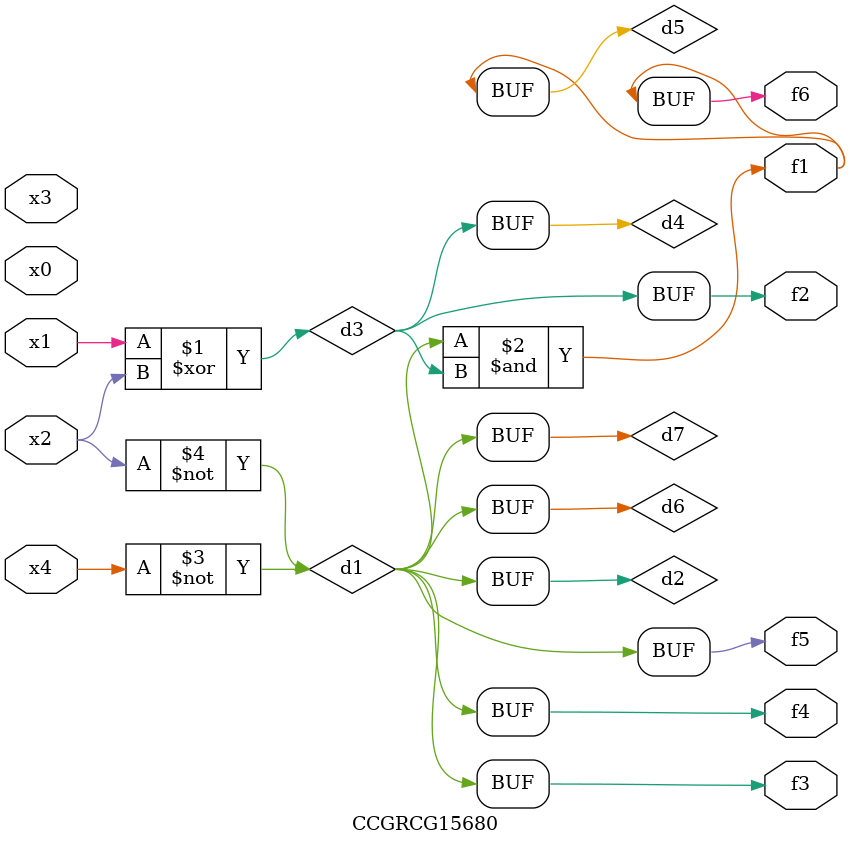
<source format=v>
module CCGRCG15680(
	input x0, x1, x2, x3, x4,
	output f1, f2, f3, f4, f5, f6
);

	wire d1, d2, d3, d4, d5, d6, d7;

	not (d1, x4);
	not (d2, x2);
	xor (d3, x1, x2);
	buf (d4, d3);
	and (d5, d1, d3);
	buf (d6, d1, d2);
	buf (d7, d2);
	assign f1 = d5;
	assign f2 = d4;
	assign f3 = d7;
	assign f4 = d7;
	assign f5 = d7;
	assign f6 = d5;
endmodule

</source>
